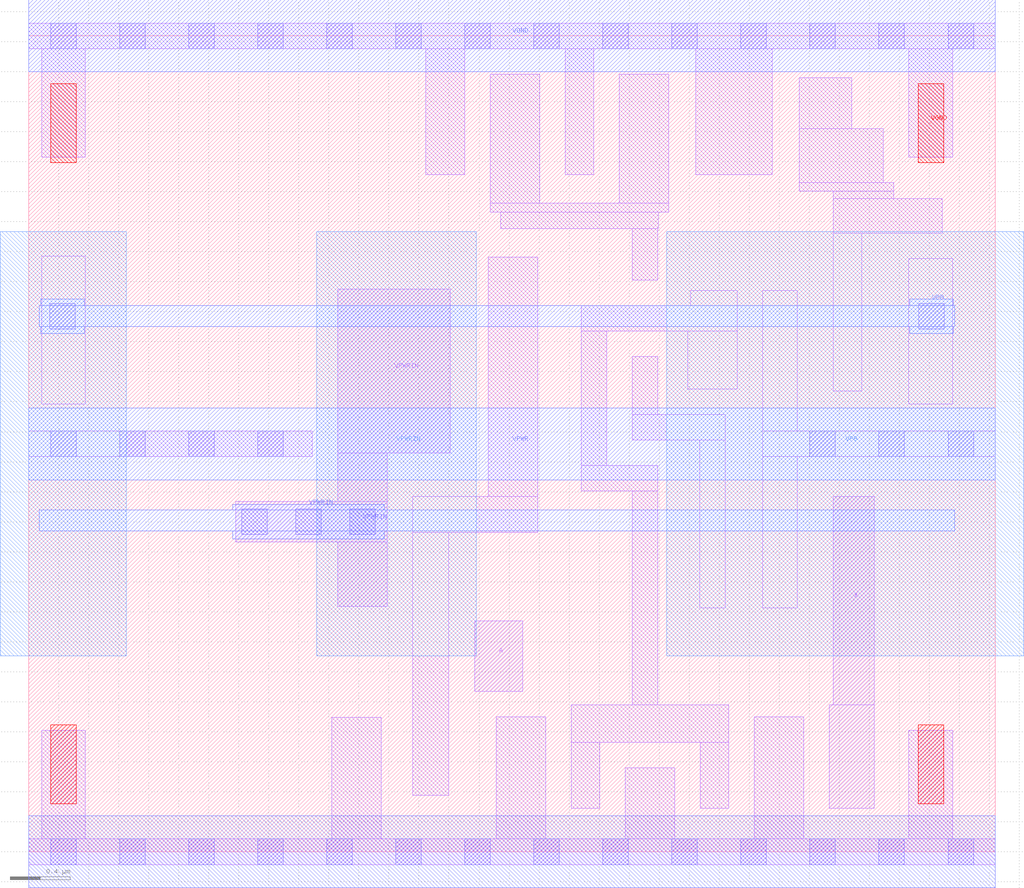
<source format=lef>
# Copyright 2020 The SkyWater PDK Authors
#
# Licensed under the Apache License, Version 2.0 (the "License");
# you may not use this file except in compliance with the License.
# You may obtain a copy of the License at
#
#     https://www.apache.org/licenses/LICENSE-2.0
#
# Unless required by applicable law or agreed to in writing, software
# distributed under the License is distributed on an "AS IS" BASIS,
# WITHOUT WARRANTIES OR CONDITIONS OF ANY KIND, either express or implied.
# See the License for the specific language governing permissions and
# limitations under the License.
#
# SPDX-License-Identifier: Apache-2.0

VERSION 5.7 ;
  NOWIREEXTENSIONATPIN ON ;
  DIVIDERCHAR "/" ;
  BUSBITCHARS "[]" ;
MACRO sky130_fd_sc_hd__lpflow_lsbuf_lh_hl_isowell_tap_1
  CLASS CORE WELLTAP ;
  FOREIGN sky130_fd_sc_hd__lpflow_lsbuf_lh_hl_isowell_tap_1 ;
  ORIGIN  0.000000  0.000000 ;
  SIZE  6.440000 BY  5.440000 ;
  SYMMETRY X Y R90 ;
  SITE unithddbl ;
  PIN A
    ANTENNAGATEAREA  0.603000 ;
    DIRECTION INPUT ;
    USE SIGNAL ;
    PORT
      LAYER li1 ;
        RECT 2.970000 1.070000 3.290000 1.540000 ;
    END
  END A
  PIN X
    ANTENNADIFFAREA  0.402500 ;
    DIRECTION OUTPUT ;
    USE SIGNAL ;
    PORT
      LAYER li1 ;
        RECT 5.335000 0.290000 5.635000 0.980000 ;
        RECT 5.360000 0.980000 5.635000 2.370000 ;
    END
  END X
  PIN VGND
    DIRECTION INOUT ;
    SHAPE ABUTMENT ;
    USE GROUND ;
    PORT
      LAYER met1 ;
        RECT 0.000000 5.200000 6.440000 5.680000 ;
      LAYER pwell ;
        RECT 0.145000 4.595000 0.315000 5.120000 ;
        RECT 5.925000 4.595000 6.095000 5.120000 ;
    END
  END VGND
  PIN VPB
    DIRECTION INOUT ;
    USE POWER ;
    PORT
      LAYER met1 ;
        RECT 0.070000 3.500000 6.170000 3.640000 ;
        RECT 0.080000 3.455000 0.370000 3.500000 ;
        RECT 0.080000 3.640000 0.370000 3.685000 ;
        RECT 5.870000 3.455000 6.160000 3.500000 ;
        RECT 5.870000 3.640000 6.160000 3.685000 ;
      LAYER nwell ;
        RECT -0.190000 1.305000 0.650000 4.135000 ;
        RECT  4.250000 1.305000 6.630000 4.135000 ;
    END
  END VPB
  PIN VPWR
    DIRECTION INOUT ;
    SHAPE ABUTMENT ;
    USE POWER ;
    PORT
      LAYER met1 ;
        RECT 0.000000 2.480000 6.440000 2.960000 ;
    END
  END VPWR
  PIN VPWRIN
    DIRECTION INOUT ;
    SHAPE ABUTMENT ;
    USE POWER ;
    PORT
      LAYER li1 ;
        RECT 1.380000 2.065000 2.390000 2.335000 ;
        RECT 2.060000 1.635000 2.390000 2.065000 ;
        RECT 2.060000 2.335000 2.390000 2.660000 ;
        RECT 2.060000 2.660000 2.810000 3.750000 ;
      LAYER mcon ;
        RECT 1.420000 2.115000 1.590000 2.285000 ;
        RECT 1.780000 2.115000 1.950000 2.285000 ;
        RECT 2.140000 2.115000 2.310000 2.285000 ;
    END
    PORT
      LAYER met1 ;
        RECT 0.070000 2.140000 6.170000 2.280000 ;
        RECT 1.360000 2.085000 2.370000 2.140000 ;
        RECT 1.360000 2.280000 2.370000 2.315000 ;
      LAYER nwell ;
        RECT 1.920000 1.305000 2.980000 4.135000 ;
    END
  END VPWRIN
  OBS
    LAYER li1 ;
      RECT 0.000000 -0.085000 6.440000 0.085000 ;
      RECT 0.000000  2.635000 1.890000 2.805000 ;
      RECT 0.000000  5.355000 6.440000 5.525000 ;
      RECT 0.085000  0.085000 0.375000 0.810000 ;
      RECT 0.085000  2.985000 0.375000 3.970000 ;
      RECT 0.085000  4.630000 0.375000 5.355000 ;
      RECT 2.020000  0.085000 2.350000 0.895000 ;
      RECT 2.560000  0.375000 2.800000 2.130000 ;
      RECT 2.560000  2.130000 3.390000 2.370000 ;
      RECT 2.645000  4.515000 2.905000 5.355000 ;
      RECT 3.060000  2.370000 3.390000 3.965000 ;
      RECT 3.075000  4.265000 4.265000 4.325000 ;
      RECT 3.075000  4.325000 3.405000 5.185000 ;
      RECT 3.115000  0.085000 3.445000 0.900000 ;
      RECT 3.145000  4.155000 4.195000 4.265000 ;
      RECT 3.575000  4.515000 3.765000 5.355000 ;
      RECT 3.615000  0.290000 3.805000 0.730000 ;
      RECT 3.615000  0.730000 4.665000 0.980000 ;
      RECT 3.680000  2.405000 4.190000 2.575000 ;
      RECT 3.680000  2.575000 3.850000 3.470000 ;
      RECT 3.680000  3.470000 4.720000 3.640000 ;
      RECT 3.935000  4.325000 4.265000 5.185000 ;
      RECT 3.975000  0.085000 4.305000 0.560000 ;
      RECT 4.020000  0.980000 4.190000 2.405000 ;
      RECT 4.020000  2.745000 4.640000 2.915000 ;
      RECT 4.020000  2.915000 4.190000 3.300000 ;
      RECT 4.020000  3.810000 4.190000 4.155000 ;
      RECT 4.390000  3.085000 4.720000 3.470000 ;
      RECT 4.410000  3.640000 4.720000 3.740000 ;
      RECT 4.445000  4.515000 4.955000 5.355000 ;
      RECT 4.470000  1.625000 4.640000 2.745000 ;
      RECT 4.475000  0.290000 4.665000 0.730000 ;
      RECT 4.835000  0.085000 5.165000 0.900000 ;
      RECT 4.890000  1.625000 5.120000 2.635000 ;
      RECT 4.890000  2.635000 6.440000 2.805000 ;
      RECT 4.890000  2.805000 5.120000 3.740000 ;
      RECT 5.135000  4.405000 5.765000 4.460000 ;
      RECT 5.135000  4.460000 5.695000 4.820000 ;
      RECT 5.135000  4.820000 5.485000 5.160000 ;
      RECT 5.360000  3.070000 5.550000 4.125000 ;
      RECT 5.360000  4.125000 6.085000 4.355000 ;
      RECT 5.360000  4.355000 5.765000 4.405000 ;
      RECT 5.865000  0.085000 6.155000 0.810000 ;
      RECT 5.865000  2.985000 6.155000 3.955000 ;
      RECT 5.865000  4.630000 6.155000 5.355000 ;
    LAYER mcon ;
      RECT 0.140000  3.485000 0.310000 3.655000 ;
      RECT 0.145000 -0.085000 0.315000 0.085000 ;
      RECT 0.145000  2.635000 0.315000 2.805000 ;
      RECT 0.145000  5.355000 0.315000 5.525000 ;
      RECT 0.605000 -0.085000 0.775000 0.085000 ;
      RECT 0.605000  2.635000 0.775000 2.805000 ;
      RECT 0.605000  5.355000 0.775000 5.525000 ;
      RECT 1.065000 -0.085000 1.235000 0.085000 ;
      RECT 1.065000  2.635000 1.235000 2.805000 ;
      RECT 1.065000  5.355000 1.235000 5.525000 ;
      RECT 1.525000 -0.085000 1.695000 0.085000 ;
      RECT 1.525000  2.635000 1.695000 2.805000 ;
      RECT 1.525000  5.355000 1.695000 5.525000 ;
      RECT 1.985000 -0.085000 2.155000 0.085000 ;
      RECT 1.985000  5.355000 2.155000 5.525000 ;
      RECT 2.445000 -0.085000 2.615000 0.085000 ;
      RECT 2.445000  5.355000 2.615000 5.525000 ;
      RECT 2.905000 -0.085000 3.075000 0.085000 ;
      RECT 2.905000  5.355000 3.075000 5.525000 ;
      RECT 3.365000 -0.085000 3.535000 0.085000 ;
      RECT 3.365000  5.355000 3.535000 5.525000 ;
      RECT 3.825000 -0.085000 3.995000 0.085000 ;
      RECT 3.825000  5.355000 3.995000 5.525000 ;
      RECT 4.285000 -0.085000 4.455000 0.085000 ;
      RECT 4.285000  5.355000 4.455000 5.525000 ;
      RECT 4.745000 -0.085000 4.915000 0.085000 ;
      RECT 4.745000  5.355000 4.915000 5.525000 ;
      RECT 5.205000 -0.085000 5.375000 0.085000 ;
      RECT 5.205000  2.635000 5.375000 2.805000 ;
      RECT 5.205000  5.355000 5.375000 5.525000 ;
      RECT 5.665000 -0.085000 5.835000 0.085000 ;
      RECT 5.665000  2.635000 5.835000 2.805000 ;
      RECT 5.665000  5.355000 5.835000 5.525000 ;
      RECT 5.930000  3.485000 6.100000 3.655000 ;
      RECT 6.125000 -0.085000 6.295000 0.085000 ;
      RECT 6.125000  2.635000 6.295000 2.805000 ;
      RECT 6.125000  5.355000 6.295000 5.525000 ;
    LAYER met1 ;
      RECT 0.000000 -0.240000 6.440000 0.240000 ;
    LAYER pwell ;
      RECT 0.145000 0.320000 0.315000 0.845000 ;
      RECT 5.925000 0.320000 6.095000 0.845000 ;
  END
END sky130_fd_sc_hd__lpflow_lsbuf_lh_hl_isowell_tap_1
END LIBRARY

</source>
